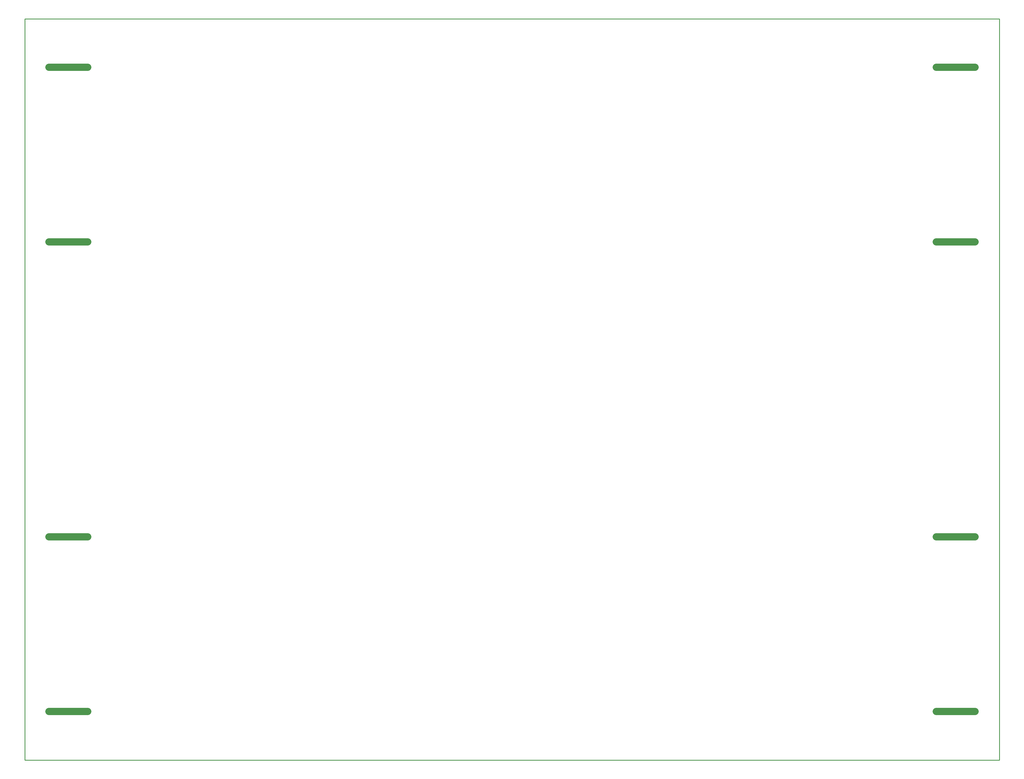
<source format=gm1>
%FSTAX24Y24*%
%MOIN*%
%SFA1B1*%

%IPPOS*%
%ADD23C,0.010000*%
%ADD44C,0.094500*%
%LNtoasterbigboard-1*%
%LPD*%
G54D23*
X1455Y02D02*
Y1155D01*
X02Y02D02*
X1455D01*
X02D02*
Y1155D01*
X1455*
G54D44*
X023125Y04875D02*
X028125D01*
X137375Y08675D02*
X142375D01*
X137375Y04875D02*
X142375D01*
X023125Y08675D02*
X028125D01*
X137375Y02625D02*
X142375D01*
X023125Y10925D02*
X028125D01*
X137375D02*
X142375D01*
X023125Y02625D02*
X028125D01*
M02*
</source>
